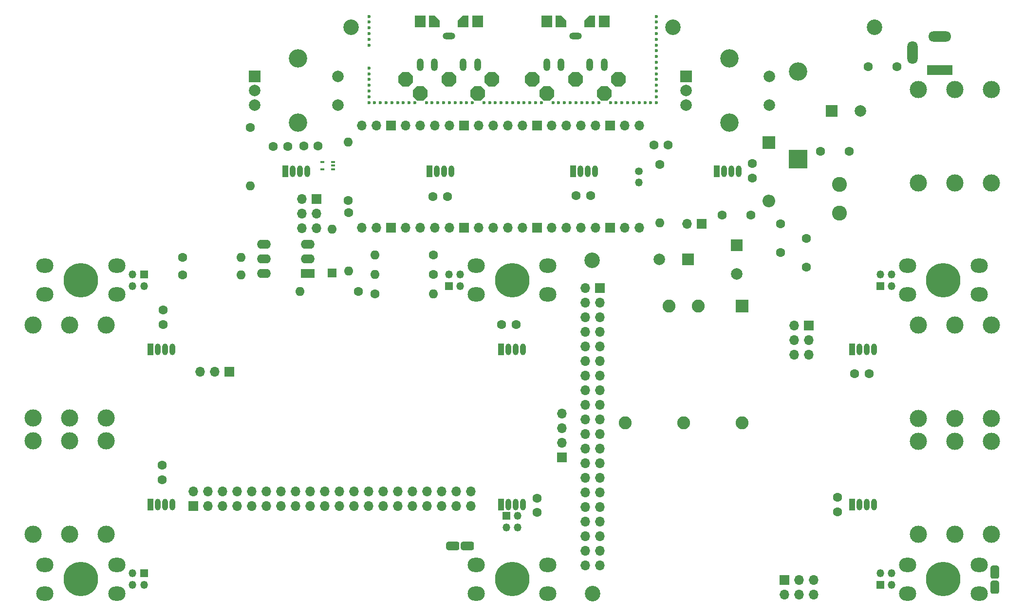
<source format=gbr>
%TF.GenerationSoftware,KiCad,Pcbnew,7.0.7-7.0.7~ubuntu23.04.1*%
%TF.CreationDate,2023-09-10T12:49:34+00:00*%
%TF.ProjectId,pedalboard-hw,70656461-6c62-46f6-9172-642d68772e6b,2.1.0*%
%TF.SameCoordinates,Original*%
%TF.FileFunction,Soldermask,Top*%
%TF.FilePolarity,Negative*%
%FSLAX46Y46*%
G04 Gerber Fmt 4.6, Leading zero omitted, Abs format (unit mm)*
G04 Created by KiCad (PCBNEW 7.0.7-7.0.7~ubuntu23.04.1) date 2023-09-10 12:49:34*
%MOMM*%
%LPD*%
G01*
G04 APERTURE LIST*
G04 Aperture macros list*
%AMRoundRect*
0 Rectangle with rounded corners*
0 $1 Rounding radius*
0 $2 $3 $4 $5 $6 $7 $8 $9 X,Y pos of 4 corners*
0 Add a 4 corners polygon primitive as box body*
4,1,4,$2,$3,$4,$5,$6,$7,$8,$9,$2,$3,0*
0 Add four circle primitives for the rounded corners*
1,1,$1+$1,$2,$3*
1,1,$1+$1,$4,$5*
1,1,$1+$1,$6,$7*
1,1,$1+$1,$8,$9*
0 Add four rect primitives between the rounded corners*
20,1,$1+$1,$2,$3,$4,$5,0*
20,1,$1+$1,$4,$5,$6,$7,0*
20,1,$1+$1,$6,$7,$8,$9,0*
20,1,$1+$1,$8,$9,$2,$3,0*%
%AMFreePoly0*
4,1,17,0.553688,1.285921,1.285921,0.553688,1.300800,0.517767,1.300800,-0.517767,1.285921,-0.553688,0.553688,-1.285921,0.517767,-1.300800,-0.517767,-1.300800,-0.553688,-1.285921,-1.285921,-0.553688,-1.300800,-0.517767,-1.300800,0.517767,-1.285921,0.553688,-0.553688,1.285921,-0.517767,1.300800,0.517767,1.300800,0.553688,1.285921,0.553688,1.285921,$1*%
%AMFreePoly1*
4,1,14,0.935921,1.035921,0.950800,1.000000,0.950800,-0.100000,0.935921,-0.135921,0.035921,-1.035921,0.000000,-1.050800,-0.900000,-1.050800,-0.935921,-1.035921,-0.950800,-1.000000,-0.950800,1.000000,-0.935921,1.035921,-0.900000,1.050800,0.900000,1.050800,0.935921,1.035921,0.935921,1.035921,$1*%
%AMFreePoly2*
4,1,14,0.935921,1.035921,0.950800,1.000000,0.950800,-1.000000,0.935921,-1.035921,0.900000,-1.050800,0.000000,-1.050800,-0.035921,-1.035921,-0.935921,-0.135921,-0.950800,-0.100000,-0.950800,1.000000,-0.935921,1.035921,-0.900000,1.050800,0.900000,1.050800,0.935921,1.035921,0.935921,1.035921,$1*%
G04 Aperture macros list end*
%ADD10C,1.600000*%
%ADD11O,1.200000X2.200000*%
%ADD12O,2.200000X1.200000*%
%ADD13C,2.700000*%
%ADD14C,3.000000*%
%ADD15R,4.400000X1.800000*%
%ADD16O,4.000000X1.800000*%
%ADD17O,1.800000X4.000000*%
%ADD18C,6.000000*%
%ADD19R,1.350000X1.350000*%
%ADD20O,1.350000X1.350000*%
%ADD21O,1.600000X1.600000*%
%ADD22R,1.000000X2.000000*%
%ADD23O,1.000000X2.000000*%
%ADD24R,2.250000X2.250000*%
%ADD25C,2.250000*%
%ADD26RoundRect,0.381000X-0.762000X-0.381000X0.762000X-0.381000X0.762000X0.381000X-0.762000X0.381000X0*%
%ADD27R,1.700000X1.700000*%
%ADD28O,1.700000X1.700000*%
%ADD29C,0.600000*%
%ADD30O,3.000000X2.500000*%
%ADD31R,2.400000X1.600000*%
%ADD32O,2.400000X1.600000*%
%ADD33C,2.600000*%
%ADD34FreePoly0,180.000000*%
%ADD35FreePoly0,270.000000*%
%ADD36FreePoly1,180.000000*%
%ADD37RoundRect,0.050800X0.900000X1.000000X-0.900000X1.000000X-0.900000X-1.000000X0.900000X-1.000000X0*%
%ADD38FreePoly2,180.000000*%
%ADD39R,2.000000X2.000000*%
%ADD40C,2.000000*%
%ADD41C,3.200000*%
%ADD42R,1.600000X1.600000*%
%ADD43R,3.200000X3.200000*%
%ADD44O,3.200000X3.200000*%
%ADD45R,0.650000X0.400000*%
%ADD46RoundRect,0.381000X-0.381000X0.762000X-0.381000X-0.762000X0.381000X-0.762000X0.381000X0.762000X0*%
%ADD47R,2.200000X2.200000*%
%ADD48O,2.200000X2.200000*%
%ADD49C,1.350000*%
G04 APERTURE END LIST*
D10*
%TO.C,C5*%
X146800000Y-46700000D03*
X146800000Y-49200000D03*
%TD*%
D11*
%TO.C,J16*%
X121000000Y-29500000D03*
X118500000Y-29500000D03*
D12*
X116000000Y-24500000D03*
D11*
X111000000Y-29500000D03*
X113500000Y-29500000D03*
%TD*%
D13*
%TO.C,H8*%
X133000000Y-23000000D03*
%TD*%
D14*
%TO.C,J12*%
X28050000Y-111200000D03*
X28050000Y-94970000D03*
X21700000Y-111200000D03*
X21700000Y-94970000D03*
X34400000Y-111200000D03*
X34400000Y-94970000D03*
%TD*%
D10*
%TO.C,C16*%
X158637600Y-44600000D03*
X163637600Y-44600000D03*
%TD*%
D15*
%TO.C,J13*%
X179400000Y-30400000D03*
D16*
X179400000Y-24600000D03*
D17*
X174600000Y-27400000D03*
%TD*%
D18*
%TO.C,H4*%
X30000000Y-119000000D03*
%TD*%
D19*
%TO.C,J22*%
X41000000Y-66000000D03*
D20*
X41000000Y-68000000D03*
X39000000Y-66000000D03*
X39000000Y-68000000D03*
%TD*%
D10*
%TO.C,L5*%
X130700000Y-46820000D03*
D21*
X130700000Y-56980000D03*
%TD*%
D22*
%TO.C,D3*%
X115600000Y-48000000D03*
D23*
X116870000Y-48000000D03*
X118140000Y-48000000D03*
X119410000Y-48000000D03*
%TD*%
D18*
%TO.C,H2*%
X105000000Y-67000000D03*
%TD*%
%TO.C,H1*%
X30000000Y-67000000D03*
%TD*%
D14*
%TO.C,J11*%
X28085000Y-91000000D03*
X28085000Y-74770000D03*
X21735000Y-91000000D03*
X21735000Y-74770000D03*
X34435000Y-91000000D03*
X34435000Y-74770000D03*
%TD*%
D24*
%TO.C,PS1*%
X144960000Y-71520000D03*
D25*
X137340000Y-71520000D03*
X132260000Y-71520000D03*
X124640000Y-91840000D03*
X134800000Y-91840000D03*
X144960000Y-91840000D03*
%TD*%
D14*
%TO.C,J10*%
X181950000Y-94995000D03*
X181950000Y-111225000D03*
X188300000Y-94995000D03*
X188300000Y-111225000D03*
X175600000Y-94995000D03*
X175600000Y-111225000D03*
%TD*%
D26*
%TO.C,F4*%
X94670000Y-113200000D03*
X97270000Y-113200000D03*
%TD*%
D22*
%TO.C,D4*%
X140600000Y-48000000D03*
D23*
X141870000Y-48000000D03*
X143140000Y-48000000D03*
X144410000Y-48000000D03*
%TD*%
D10*
%TO.C,C10*%
X109310000Y-104930000D03*
X109310000Y-107430000D03*
%TD*%
D22*
%TO.C,D7*%
X103100000Y-106000000D03*
D23*
X104370000Y-106000000D03*
X105640000Y-106000000D03*
X106910000Y-106000000D03*
%TD*%
D13*
%TO.C,H11*%
X118980000Y-121520000D03*
%TD*%
D19*
%TO.C,J19*%
X169000000Y-120000000D03*
D20*
X169000000Y-118000000D03*
X171000000Y-120000000D03*
X171000000Y-118000000D03*
%TD*%
D27*
%TO.C,J7*%
X49590000Y-106320000D03*
D28*
X49590000Y-103780000D03*
X52130000Y-106320000D03*
X52130000Y-103780000D03*
X54670000Y-106320000D03*
X54670000Y-103780000D03*
X57210000Y-106320000D03*
X57210000Y-103780000D03*
X59750000Y-106320000D03*
X59750000Y-103780000D03*
X62290000Y-106320000D03*
X62290000Y-103780000D03*
X64830000Y-106320000D03*
X64830000Y-103780000D03*
X67370000Y-106320000D03*
X67370000Y-103780000D03*
X69910000Y-106320000D03*
X69910000Y-103780000D03*
X72450000Y-106320000D03*
X72450000Y-103780000D03*
X74990000Y-106320000D03*
X74990000Y-103780000D03*
X77530000Y-106320000D03*
X77530000Y-103780000D03*
X80070000Y-106320000D03*
X80070000Y-103780000D03*
X82610000Y-106320000D03*
X82610000Y-103780000D03*
X85150000Y-106320000D03*
X85150000Y-103780000D03*
X87690000Y-106320000D03*
X87690000Y-103780000D03*
X90230000Y-106320000D03*
X90230000Y-103780000D03*
X92770000Y-106320000D03*
X92770000Y-103780000D03*
X95310000Y-106320000D03*
X95310000Y-103780000D03*
X97850000Y-106320000D03*
X97850000Y-103780000D03*
%TD*%
D10*
%TO.C,C11*%
X161620000Y-107300000D03*
X161620000Y-104800000D03*
%TD*%
D29*
%TO.C,H12*%
X80100000Y-21075000D03*
X80100000Y-22075000D03*
X80100000Y-23075000D03*
X80100000Y-24075000D03*
X80100000Y-25075000D03*
X80100000Y-26075000D03*
X80100000Y-30075000D03*
X80100000Y-31075000D03*
X80100000Y-32075000D03*
X80100000Y-33075000D03*
X80100000Y-34075000D03*
X80100000Y-35075000D03*
X80100000Y-36075000D03*
X81100000Y-36075000D03*
X82100000Y-36075000D03*
X83100000Y-36075000D03*
X84100000Y-36075000D03*
X85100000Y-36075000D03*
X86100000Y-36075000D03*
X87100000Y-36075000D03*
X88100000Y-36075000D03*
X90100000Y-36075000D03*
X91100000Y-36075000D03*
X92100000Y-36075000D03*
X93100000Y-36075000D03*
X94100000Y-36075000D03*
X95100000Y-36075000D03*
X96100000Y-36075000D03*
X97100000Y-36075000D03*
X98100000Y-36075000D03*
X100100000Y-36075000D03*
X101100000Y-36075000D03*
X102100000Y-36075000D03*
X103100000Y-36075000D03*
X104100000Y-36075000D03*
X105100000Y-36075000D03*
X106100000Y-36075000D03*
X107100000Y-36075000D03*
X108100000Y-36075000D03*
X109100000Y-36075000D03*
X110100000Y-36075000D03*
X112100000Y-36075000D03*
X113100000Y-36075000D03*
X114100000Y-36075000D03*
X115100000Y-36075000D03*
X116100000Y-36075000D03*
X117100000Y-36075000D03*
X118100000Y-36075000D03*
X119100000Y-36075000D03*
X120100000Y-36075000D03*
X122100000Y-36075000D03*
X123100000Y-36075000D03*
X124100000Y-36075000D03*
X125100000Y-36075000D03*
X126100000Y-36075000D03*
X127100000Y-36075000D03*
X128100000Y-36075000D03*
X129100000Y-36075000D03*
X130100000Y-21075000D03*
X130100000Y-22075000D03*
X130100000Y-23075000D03*
X130100000Y-24075000D03*
X130100000Y-25075000D03*
X130100000Y-26075000D03*
X130100000Y-27075000D03*
X130100000Y-28075000D03*
X130100000Y-29075000D03*
X130100000Y-30075000D03*
X130100000Y-31075000D03*
X130100000Y-32075000D03*
X130100000Y-33075000D03*
X130100000Y-34075000D03*
X130100000Y-35075000D03*
X130100000Y-36075000D03*
%TD*%
D19*
%TO.C,J23*%
X41000000Y-118000000D03*
D20*
X41000000Y-120000000D03*
X39000000Y-118000000D03*
X39000000Y-120000000D03*
%TD*%
D10*
%TO.C,C9*%
X44155000Y-101700000D03*
X44155000Y-99200000D03*
%TD*%
D30*
%TO.C,SW2*%
X98750000Y-64500000D03*
X111250000Y-64500000D03*
X98750000Y-69500000D03*
X111250000Y-69500000D03*
%TD*%
D22*
%TO.C,D9*%
X42100000Y-79000000D03*
D23*
X43370000Y-79000000D03*
X44640000Y-79000000D03*
X45910000Y-79000000D03*
%TD*%
D19*
%TO.C,J21*%
X94000000Y-68000000D03*
D20*
X94000000Y-66000000D03*
X96000000Y-68000000D03*
X96000000Y-66000000D03*
%TD*%
D10*
%TO.C,R5*%
X76500000Y-53105000D03*
D21*
X76500000Y-42945000D03*
%TD*%
D31*
%TO.C,U2*%
X69475000Y-65800000D03*
D32*
X69475000Y-63260000D03*
X69475000Y-60720000D03*
X61855000Y-60720000D03*
X61855000Y-63260000D03*
X61855000Y-65800000D03*
%TD*%
D13*
%TO.C,H7*%
X77000000Y-23000000D03*
%TD*%
D33*
%TO.C,L6*%
X161900000Y-50300000D03*
X161900000Y-55300000D03*
%TD*%
D14*
%TO.C,J3*%
X181965000Y-33800000D03*
X181965000Y-50030000D03*
X188315000Y-33800000D03*
X188315000Y-50030000D03*
X175615000Y-33800000D03*
X175615000Y-50030000D03*
%TD*%
D10*
%TO.C,C1*%
X63475000Y-43700000D03*
X65975000Y-43700000D03*
%TD*%
D34*
%TO.C,J1*%
X108500000Y-32000000D03*
D35*
X116000000Y-32000000D03*
D34*
X123500000Y-32000000D03*
X111000000Y-34500000D03*
X121000000Y-34500000D03*
D36*
X118500000Y-22000000D03*
D37*
X121000000Y-22000000D03*
X111000000Y-22000000D03*
D38*
X113500000Y-22000000D03*
%TD*%
D22*
%TO.C,D2*%
X90600000Y-48000000D03*
D23*
X91870000Y-48000000D03*
X93140000Y-48000000D03*
X94410000Y-48000000D03*
%TD*%
D39*
%TO.C,SW7*%
X60250000Y-31500000D03*
D40*
X60250000Y-36500000D03*
X60250000Y-34000000D03*
D41*
X67750000Y-28400000D03*
X67750000Y-39600000D03*
D40*
X74750000Y-36500000D03*
X74750000Y-31500000D03*
%TD*%
D10*
%TO.C,C2*%
X68750000Y-43675000D03*
X71250000Y-43675000D03*
%TD*%
%TO.C,C8*%
X164570000Y-83300000D03*
X167070000Y-83300000D03*
%TD*%
D39*
%TO.C,C14*%
X144100000Y-60932323D03*
D40*
X144100000Y-65932323D03*
%TD*%
D19*
%TO.C,J18*%
X169000000Y-68000000D03*
D20*
X169000000Y-66000000D03*
X171000000Y-68000000D03*
X171000000Y-66000000D03*
%TD*%
D18*
%TO.C,H3*%
X180000000Y-67000000D03*
%TD*%
D10*
%TO.C,R1*%
X78280000Y-68980000D03*
D21*
X68120000Y-68980000D03*
%TD*%
D39*
%TO.C,C15*%
X135600000Y-63400000D03*
D40*
X130600000Y-63400000D03*
%TD*%
D22*
%TO.C,D1*%
X65600000Y-48000000D03*
D23*
X66870000Y-48000000D03*
X68140000Y-48000000D03*
X69410000Y-48000000D03*
%TD*%
D10*
%TO.C,C3*%
X91250000Y-52400000D03*
X93750000Y-52400000D03*
%TD*%
D14*
%TO.C,J9*%
X181950000Y-74780000D03*
X181950000Y-91010000D03*
X188300000Y-74780000D03*
X188300000Y-91010000D03*
X175600000Y-74780000D03*
X175600000Y-91010000D03*
%TD*%
D18*
%TO.C,H5*%
X105000000Y-119000000D03*
%TD*%
D30*
%TO.C,SW1*%
X23750000Y-64500000D03*
X36250000Y-64500000D03*
X23750000Y-69500000D03*
X36250000Y-69500000D03*
%TD*%
D10*
%TO.C,C12*%
X129650000Y-43470000D03*
X132150000Y-43470000D03*
%TD*%
%TO.C,R3*%
X47695000Y-63050000D03*
D21*
X57855000Y-63050000D03*
%TD*%
D39*
%TO.C,C13*%
X160532323Y-37500000D03*
D40*
X165532323Y-37500000D03*
%TD*%
D19*
%TO.C,J20*%
X104000000Y-108000000D03*
D20*
X106000000Y-108000000D03*
X104000000Y-110000000D03*
X106000000Y-110000000D03*
%TD*%
D22*
%TO.C,D5*%
X164100000Y-79000000D03*
D23*
X165370000Y-79000000D03*
X166640000Y-79000000D03*
X167910000Y-79000000D03*
%TD*%
D10*
%TO.C,R4*%
X81190000Y-69340000D03*
D21*
X91350000Y-69340000D03*
%TD*%
D22*
%TO.C,D10*%
X42100000Y-106000000D03*
D23*
X43370000Y-106000000D03*
X44640000Y-106000000D03*
X45910000Y-106000000D03*
%TD*%
D10*
%TO.C,L1*%
X76600000Y-55270000D03*
D21*
X76600000Y-65430000D03*
%TD*%
D10*
%TO.C,C18*%
X146500000Y-55700000D03*
X141500000Y-55700000D03*
%TD*%
D42*
%TO.C,D11*%
X73700000Y-65775000D03*
D21*
X73700000Y-58155000D03*
%TD*%
D10*
%TO.C,C4*%
X116150000Y-52300000D03*
X118650000Y-52300000D03*
%TD*%
D43*
%TO.C,D12*%
X154700000Y-45900000D03*
D44*
X154700000Y-30660000D03*
%TD*%
D10*
%TO.C,L2*%
X91280000Y-62575000D03*
D21*
X81120000Y-62575000D03*
%TD*%
D10*
%TO.C,F1*%
X171900000Y-29800000D03*
X166900000Y-29800000D03*
%TD*%
D13*
%TO.C,H10*%
X118900000Y-63565600D03*
%TD*%
D10*
%TO.C,C17*%
X151700000Y-57200000D03*
X151700000Y-62200000D03*
%TD*%
D22*
%TO.C,D6*%
X164100000Y-106000000D03*
D23*
X165370000Y-106000000D03*
X166640000Y-106000000D03*
X167910000Y-106000000D03*
%TD*%
D30*
%TO.C,SW6*%
X173750000Y-116500000D03*
X186250000Y-116500000D03*
X173750000Y-121500000D03*
X186250000Y-121500000D03*
%TD*%
D18*
%TO.C,H6*%
X180000000Y-119000000D03*
%TD*%
D30*
%TO.C,SW3*%
X173750000Y-64500000D03*
X186250000Y-64500000D03*
X173750000Y-69500000D03*
X186250000Y-69500000D03*
%TD*%
D10*
%TO.C,C7*%
X103200000Y-74700000D03*
X105700000Y-74700000D03*
%TD*%
D30*
%TO.C,SW4*%
X23750000Y-116500000D03*
X36250000Y-116500000D03*
X23750000Y-121500000D03*
X36250000Y-121500000D03*
%TD*%
D13*
%TO.C,H9*%
X168000000Y-23000000D03*
%TD*%
D10*
%TO.C,L4*%
X91350000Y-65980000D03*
D21*
X81190000Y-65980000D03*
%TD*%
D45*
%TO.C,U3*%
X73900000Y-47700000D03*
X73900000Y-47050000D03*
X73900000Y-46400000D03*
X72000000Y-46400000D03*
X72000000Y-47700000D03*
%TD*%
D39*
%TO.C,SW8*%
X135250000Y-31500000D03*
D40*
X135250000Y-36500000D03*
X135250000Y-34000000D03*
D41*
X142750000Y-28400000D03*
X142750000Y-39600000D03*
D40*
X149750000Y-36500000D03*
X149750000Y-31500000D03*
%TD*%
D10*
%TO.C,R2*%
X47695000Y-66050000D03*
D21*
X57855000Y-66050000D03*
%TD*%
D30*
%TO.C,SW5*%
X98750000Y-116500000D03*
X111250000Y-116500000D03*
X98750000Y-121500000D03*
X111250000Y-121500000D03*
%TD*%
D10*
%TO.C,C19*%
X156200000Y-64700000D03*
X156200000Y-59700000D03*
%TD*%
D34*
%TO.C,J2*%
X86505500Y-32000000D03*
D35*
X94005500Y-32000000D03*
D34*
X101505500Y-32000000D03*
X89005500Y-34500000D03*
X99005500Y-34500000D03*
D36*
X96505500Y-22000000D03*
D37*
X99005500Y-22000000D03*
X89005500Y-22000000D03*
D38*
X91505500Y-22000000D03*
%TD*%
D10*
%TO.C,C6*%
X44355000Y-72200000D03*
X44355000Y-74700000D03*
%TD*%
D46*
%TO.C,F5*%
X188930000Y-117806000D03*
X188930000Y-120406000D03*
%TD*%
D47*
%TO.C,D13*%
X149606000Y-43078400D03*
D48*
X149606000Y-53238400D03*
%TD*%
D22*
%TO.C,D8*%
X103100000Y-79000000D03*
D23*
X104370000Y-79000000D03*
X105640000Y-79000000D03*
X106910000Y-79000000D03*
%TD*%
D10*
%TO.C,L3*%
X59500000Y-40445000D03*
D21*
X59500000Y-50605000D03*
%TD*%
D11*
%TO.C,J17*%
X99000000Y-29500000D03*
X96500000Y-29500000D03*
D12*
X94000000Y-24500000D03*
D11*
X89000000Y-29500000D03*
X91500000Y-29500000D03*
%TD*%
D27*
%TO.C,J6*%
X113625000Y-97780000D03*
D28*
X113625000Y-95240000D03*
X113625000Y-92700000D03*
X113625000Y-90160000D03*
%TD*%
D27*
%TO.C,J14*%
X138000000Y-57175000D03*
D28*
X135460000Y-57175000D03*
%TD*%
D49*
%TO.C,J5*%
X127000000Y-48000000D03*
D20*
X127000000Y-50000000D03*
%TD*%
D28*
%TO.C,U1*%
X127130000Y-57890000D03*
X124590000Y-57890000D03*
D27*
X122050000Y-57890000D03*
D28*
X119510000Y-57890000D03*
X116970000Y-57890000D03*
X114430000Y-57890000D03*
X111890000Y-57890000D03*
D27*
X109350000Y-57890000D03*
D28*
X106810000Y-57890000D03*
X104270000Y-57890000D03*
X101730000Y-57890000D03*
X99190000Y-57890000D03*
D27*
X96650000Y-57890000D03*
D28*
X94110000Y-57890000D03*
X91570000Y-57890000D03*
X89030000Y-57890000D03*
X86490000Y-57890000D03*
D27*
X83950000Y-57890000D03*
D28*
X81410000Y-57890000D03*
X78870000Y-57890000D03*
X78870000Y-40110000D03*
X81410000Y-40110000D03*
D27*
X83950000Y-40110000D03*
D28*
X86490000Y-40110000D03*
X89030000Y-40110000D03*
X91570000Y-40110000D03*
X94110000Y-40110000D03*
D27*
X96650000Y-40110000D03*
D28*
X99190000Y-40110000D03*
X101730000Y-40110000D03*
X104270000Y-40110000D03*
X106810000Y-40110000D03*
D27*
X109350000Y-40110000D03*
D28*
X111890000Y-40110000D03*
X114430000Y-40110000D03*
X116970000Y-40110000D03*
X119510000Y-40110000D03*
D27*
X122050000Y-40110000D03*
D28*
X124590000Y-40110000D03*
X127130000Y-40110000D03*
%TD*%
D27*
%TO.C,J4*%
X55865000Y-82962600D03*
D28*
X53325000Y-82962600D03*
X50785000Y-82962600D03*
%TD*%
D27*
%TO.C,J8*%
X120250000Y-68375600D03*
D28*
X117710000Y-68375600D03*
X120250000Y-70915600D03*
X117710000Y-70915600D03*
X120250000Y-73455600D03*
X117710000Y-73455600D03*
X120250000Y-75995600D03*
X117710000Y-75995600D03*
X120250000Y-78535600D03*
X117710000Y-78535600D03*
X120250000Y-81075600D03*
X117710000Y-81075600D03*
X120250000Y-83615600D03*
X117710000Y-83615600D03*
X120250000Y-86155600D03*
X117710000Y-86155600D03*
X120250000Y-88695600D03*
X117710000Y-88695600D03*
X120250000Y-91235600D03*
X117710000Y-91235600D03*
X120250000Y-93775600D03*
X117710000Y-93775600D03*
X120250000Y-96315600D03*
X117710000Y-96315600D03*
X120250000Y-98855600D03*
X117710000Y-98855600D03*
X120250000Y-101395600D03*
X117710000Y-101395600D03*
X120250000Y-103935600D03*
X117710000Y-103935600D03*
X120250000Y-106475600D03*
X117710000Y-106475600D03*
X120250000Y-109015600D03*
X117710000Y-109015600D03*
X120250000Y-111555600D03*
X117710000Y-111555600D03*
X120250000Y-114095600D03*
X117710000Y-114095600D03*
X120250000Y-116635600D03*
X117710000Y-116635600D03*
D27*
X156555000Y-74845600D03*
D28*
X154015000Y-74845600D03*
X156555000Y-77385600D03*
X154015000Y-77385600D03*
X156555000Y-79925600D03*
X154015000Y-79925600D03*
D27*
X152380000Y-119150600D03*
D28*
X152380000Y-121690600D03*
X154920000Y-119150600D03*
X154920000Y-121690600D03*
X157460000Y-119150600D03*
X157460000Y-121690600D03*
%TD*%
D27*
%TO.C,J15*%
X71000000Y-52850000D03*
D28*
X68460000Y-52850000D03*
X71000000Y-55390000D03*
X68460000Y-55390000D03*
X71000000Y-57930000D03*
X68460000Y-57930000D03*
%TD*%
M02*

</source>
